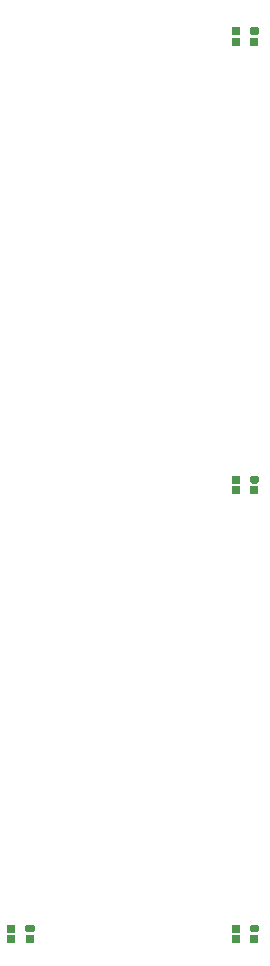
<source format=gtp>
%TF.GenerationSoftware,KiCad,Pcbnew,5.1.9-73d0e3b20d~88~ubuntu20.04.1*%
%TF.CreationDate,2021-03-17T19:49:15+01:00*%
%TF.ProjectId,TestBoard,54657374-426f-4617-9264-2e6b69636164,rev?*%
%TF.SameCoordinates,Original*%
%TF.FileFunction,Paste,Top*%
%TF.FilePolarity,Positive*%
%FSLAX46Y46*%
G04 Gerber Fmt 4.6, Leading zero omitted, Abs format (unit mm)*
G04 Created by KiCad (PCBNEW 5.1.9-73d0e3b20d~88~ubuntu20.04.1) date 2021-03-17 19:49:15*
%MOMM*%
%LPD*%
G01*
G04 APERTURE LIST*
%ADD10R,0.800000X0.650000*%
G04 APERTURE END LIST*
D10*
%TO.C,SW6*%
X93200000Y-180500000D03*
X94800000Y-180500000D03*
X93200000Y-179600000D03*
G36*
G01*
X94400000Y-179762500D02*
X94400000Y-179437500D01*
G75*
G02*
X94562500Y-179275000I162500J0D01*
G01*
X95037500Y-179275000D01*
G75*
G02*
X95200000Y-179437500I0J-162500D01*
G01*
X95200000Y-179762500D01*
G75*
G02*
X95037500Y-179925000I-162500J0D01*
G01*
X94562500Y-179925000D01*
G75*
G02*
X94400000Y-179762500I0J162500D01*
G01*
G37*
%TD*%
%TO.C,SW5*%
X74200000Y-180500000D03*
X75800000Y-180500000D03*
X74200000Y-179600000D03*
G36*
G01*
X75400000Y-179762500D02*
X75400000Y-179437500D01*
G75*
G02*
X75562500Y-179275000I162500J0D01*
G01*
X76037500Y-179275000D01*
G75*
G02*
X76200000Y-179437500I0J-162500D01*
G01*
X76200000Y-179762500D01*
G75*
G02*
X76037500Y-179925000I-162500J0D01*
G01*
X75562500Y-179925000D01*
G75*
G02*
X75400000Y-179762500I0J162500D01*
G01*
G37*
%TD*%
%TO.C,SW3*%
X93200000Y-104500000D03*
X94800000Y-104500000D03*
X93200000Y-103600000D03*
G36*
G01*
X94400000Y-103762500D02*
X94400000Y-103437500D01*
G75*
G02*
X94562500Y-103275000I162500J0D01*
G01*
X95037500Y-103275000D01*
G75*
G02*
X95200000Y-103437500I0J-162500D01*
G01*
X95200000Y-103762500D01*
G75*
G02*
X95037500Y-103925000I-162500J0D01*
G01*
X94562500Y-103925000D01*
G75*
G02*
X94400000Y-103762500I0J162500D01*
G01*
G37*
%TD*%
%TO.C,SW1*%
X93200000Y-142500000D03*
X94800000Y-142500000D03*
X93200000Y-141600000D03*
G36*
G01*
X94400000Y-141762500D02*
X94400000Y-141437500D01*
G75*
G02*
X94562500Y-141275000I162500J0D01*
G01*
X95037500Y-141275000D01*
G75*
G02*
X95200000Y-141437500I0J-162500D01*
G01*
X95200000Y-141762500D01*
G75*
G02*
X95037500Y-141925000I-162500J0D01*
G01*
X94562500Y-141925000D01*
G75*
G02*
X94400000Y-141762500I0J162500D01*
G01*
G37*
%TD*%
M02*

</source>
